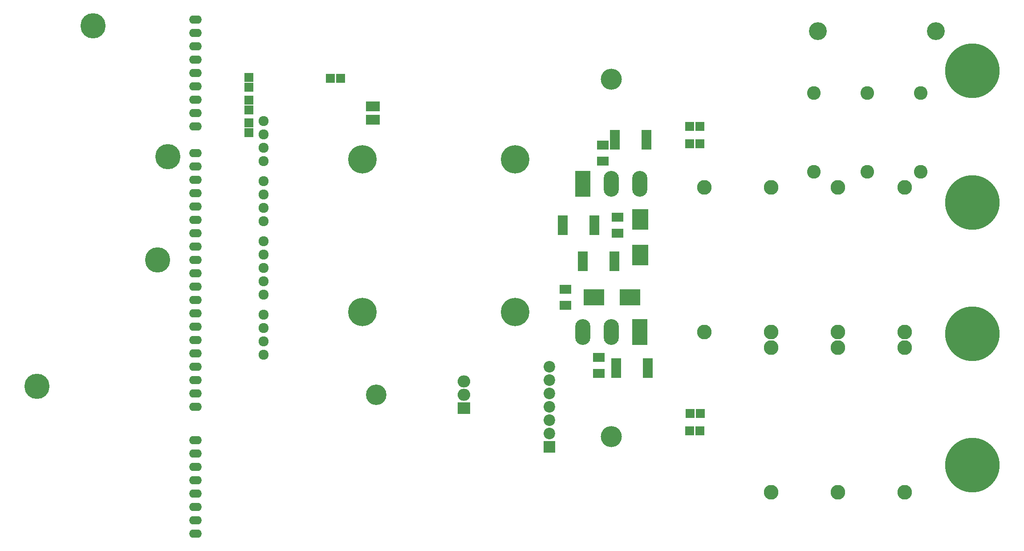
<source format=gbr>
G04 #@! TF.GenerationSoftware,KiCad,Pcbnew,(5.0.0-rc2-dev-586-g888c43477)*
G04 #@! TF.CreationDate,2018-06-03T13:52:13-03:00*
G04 #@! TF.ProjectId,Mcc18,4D636331382E6B696361645F70636200,rev?*
G04 #@! TF.SameCoordinates,Original*
G04 #@! TF.FileFunction,Soldermask,Top*
G04 #@! TF.FilePolarity,Negative*
%FSLAX46Y46*%
G04 Gerber Fmt 4.6, Leading zero omitted, Abs format (unit mm)*
G04 Created by KiCad (PCBNEW (5.0.0-rc2-dev-586-g888c43477)) date 06/03/18 13:52:13*
%MOMM*%
%LPD*%
G01*
G04 APERTURE LIST*
%ADD10C,1.924000*%
%ADD11C,4.800000*%
%ADD12R,1.400000X1.900000*%
%ADD13R,1.695000X1.800000*%
%ADD14O,4.000000X4.000000*%
%ADD15R,2.900000X4.900000*%
%ADD16O,2.900000X4.900000*%
%ADD17C,2.200000*%
%ADD18R,2.200000X2.200000*%
%ADD19C,5.400000*%
%ADD20O,2.400000X1.600000*%
%ADD21R,2.200000X1.795000*%
%ADD22O,2.400000X2.305000*%
%ADD23R,2.400000X2.305000*%
%ADD24O,3.900000X3.900000*%
%ADD25C,2.600000*%
%ADD26R,3.900000X3.100000*%
%ADD27R,3.100000X3.900000*%
%ADD28R,1.800000X1.695000*%
%ADD29R,1.895000X3.800000*%
%ADD30C,2.800000*%
%ADD31C,10.400000*%
%ADD32C,3.400000*%
G04 APERTURE END LIST*
D10*
X105410000Y-67056000D03*
X105410000Y-69596000D03*
X105410000Y-72136000D03*
X105410000Y-75946000D03*
X105410000Y-78486000D03*
X105410000Y-81026000D03*
X105410000Y-83566000D03*
X105410000Y-87376000D03*
X105410000Y-89916000D03*
X105410000Y-92456000D03*
X105410000Y-94996000D03*
X105410000Y-97536000D03*
X105410000Y-101346000D03*
X105410000Y-103886000D03*
X105410000Y-106426000D03*
X105410000Y-108966000D03*
X105410000Y-64516000D03*
D11*
X85267800Y-90932000D03*
D12*
X126888000Y-61722000D03*
X125588000Y-61722000D03*
X125588000Y-64262000D03*
X126888000Y-64262000D03*
D13*
X120093500Y-56388000D03*
X118158500Y-56388000D03*
X186484500Y-65532000D03*
X188419500Y-65532000D03*
D14*
X171566000Y-124508000D03*
D15*
X177016000Y-104648000D03*
D16*
X171566000Y-104648000D03*
X166116000Y-104648000D03*
X177016000Y-76454000D03*
X171566000Y-76454000D03*
D15*
X166116000Y-76454000D03*
D14*
X171566000Y-56594000D03*
D17*
X159766000Y-123952000D03*
D18*
X159766000Y-126492000D03*
D17*
X159766000Y-111252000D03*
X159766000Y-121412000D03*
X159766000Y-118872000D03*
X159766000Y-113792000D03*
X159766000Y-116332000D03*
D19*
X124206000Y-100838000D03*
X124206000Y-71755000D03*
X153289000Y-100838000D03*
X153289000Y-71755000D03*
D11*
X62357000Y-114934000D03*
X73025000Y-46355000D03*
X87225274Y-71247000D03*
D20*
X92456000Y-45212000D03*
X92456000Y-47752000D03*
X92456000Y-50292000D03*
X92456000Y-52832000D03*
X92456000Y-55372000D03*
X92456000Y-57912000D03*
X92456000Y-60452000D03*
X92456000Y-62992000D03*
X92456000Y-65532000D03*
X92456000Y-70612000D03*
X92456000Y-73152000D03*
X92456000Y-75692000D03*
X92456000Y-78232000D03*
X92456000Y-80772000D03*
X92456000Y-83312000D03*
X92456000Y-85852000D03*
X92456000Y-88392000D03*
X92456000Y-90932000D03*
X92456000Y-93472000D03*
X92456000Y-96012000D03*
X92456000Y-98552000D03*
X92456000Y-101092000D03*
X92456000Y-103632000D03*
X92456000Y-106172000D03*
X92456000Y-108712000D03*
X92456000Y-111252000D03*
X92456000Y-113792000D03*
X92456000Y-116332000D03*
X92456000Y-118872000D03*
X92456000Y-125222000D03*
X92456000Y-127762000D03*
X92456000Y-130302000D03*
X92456000Y-132842000D03*
X92456000Y-135382000D03*
X92456000Y-137922000D03*
X92456000Y-140462000D03*
X92456000Y-143002000D03*
D21*
X169164000Y-109480500D03*
X169164000Y-112515500D03*
X162814000Y-96526500D03*
X162814000Y-99561500D03*
X172720000Y-82810500D03*
X172720000Y-85845500D03*
X169926000Y-69094500D03*
X169926000Y-72129500D03*
D22*
X143510000Y-114046000D03*
X143510000Y-116586000D03*
D23*
X143510000Y-119126000D03*
D24*
X126850000Y-116586000D03*
D25*
X220218000Y-74182000D03*
X220218000Y-59182000D03*
X230378000Y-74182000D03*
X230378000Y-59182000D03*
X210058000Y-74182000D03*
X210058000Y-59182000D03*
D26*
X175104000Y-98044000D03*
X168304000Y-98044000D03*
D27*
X177038000Y-83214000D03*
X177038000Y-90014000D03*
D28*
X102616000Y-60500500D03*
X102616000Y-62435500D03*
D29*
X178531500Y-111506000D03*
X172496500Y-111506000D03*
X168371500Y-84328000D03*
X162336500Y-84328000D03*
X166146500Y-91186000D03*
X172181500Y-91186000D03*
X178277500Y-68072000D03*
X172242500Y-68072000D03*
D28*
X102616000Y-64818500D03*
X102616000Y-66753500D03*
X102616000Y-56182500D03*
X102616000Y-58117500D03*
D30*
X214630000Y-107628000D03*
X214630000Y-135128000D03*
X227330000Y-104648000D03*
X227330000Y-77148000D03*
X214630000Y-77148000D03*
X214630000Y-104648000D03*
X201930000Y-104648000D03*
X201930000Y-77148000D03*
X227330000Y-107628000D03*
X227330000Y-135128000D03*
X189230000Y-104648000D03*
X189230000Y-77148000D03*
X201930000Y-107628000D03*
X201930000Y-135128000D03*
D31*
X240202000Y-129972000D03*
X240202000Y-104972000D03*
X240202000Y-79972000D03*
X240202000Y-54972000D03*
D32*
X233273600Y-47371000D03*
X210820000Y-47371000D03*
D13*
X188419500Y-68834000D03*
X186484500Y-68834000D03*
X186484500Y-123444000D03*
X188419500Y-123444000D03*
X188468000Y-120142000D03*
X186533000Y-120142000D03*
M02*

</source>
